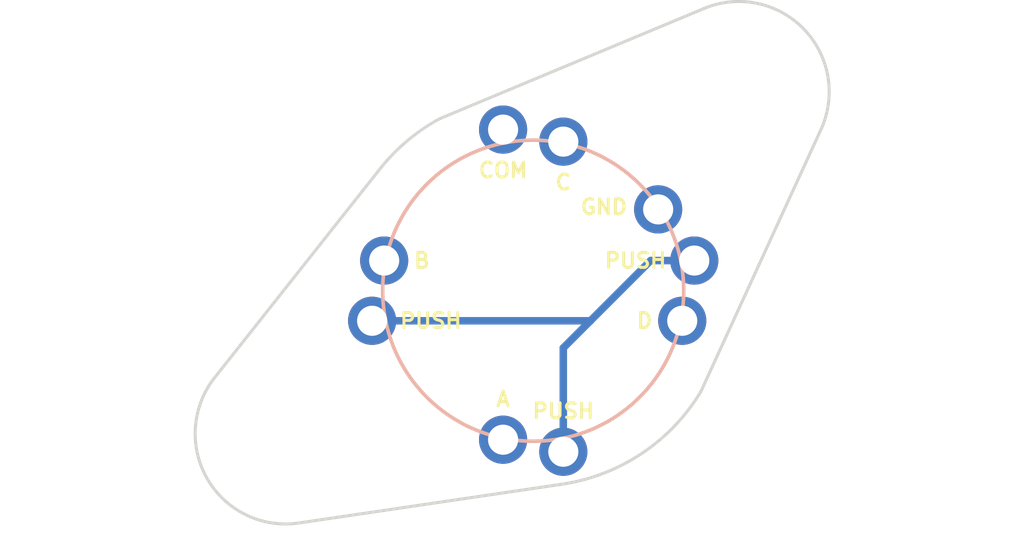
<source format=kicad_pcb>
(kicad_pcb (version 20221018) (generator pcbnew)
  (layers (0 "F.Cu" signal) (31 "B.Cu" signal) (34 "B.Paste" user) (35 "F.Paste" user) (36 "B.SilkS" user "B.Silkscreen") (37 "F.SilkS" user "F.Silkscreen") (38 "B.Mask" user) (39 "F.Mask" user) (44 "Edge.Cuts" user))
  (net 0 "")
  (net 1 "Net-(J1-Pad5)")
  (net 2 "Net-(U1-Pad1)")
  (net 3 "Net-(U1-Pad2)")
  (net 4 "Net-(U1-Pad3)")
  (net 5 "Net-(U1-Pad7)")
  (net 6 "Net-(U1-Pad5)")
  (net 7 "Net-(U1-Pad4)")
  (footprint "MountingHole:MountingHole_2.2mm_M2" (layer "F.Cu") (at 43.772759 61.75)
    (fp_text reference "REF**" hide)
    (fp_text value "MountingHole_2.2mm_M2")
    (pad "" np_thru_hole circle (at 0 0) (size 2.2 2.2) (drill 2.2) (layers "*.Cu" "*.Mask"))
  )
  (footprint "MountingHole:MountingHole_2.2mm_M2" (layer "F.Cu") (at 58.831 50.3957)
    (fp_text reference "REF**" hide)
    (fp_text value "MountingHole_2.2mm_M2")
    (pad "" np_thru_hole circle (at 0 0) (size 2.2 2.2) (drill 2.2) (layers "*.Cu" "*.Mask"))
  )
  (footprint "MyLibrary:RKJXM1015004" (layer "B.Cu") (at 52 57 180)
    (fp_text reference "U1" hide)
    (fp_text value "RKJXM1015004")
    (fp_text user "COM" (at 1 4 unlocked) (layer "F.SilkS") (effects (font (size 0.5 0.5) (thickness 0.1))))
    (fp_text user "B" (at 3.7 1 unlocked) (layer "F.SilkS") (effects (font (size 0.5 0.5) (thickness 0.1))))
    (fp_text user "PUSH" (at 3.4 -1 unlocked) (layer "F.SilkS") (effects (font (size 0.5 0.5) (thickness 0.1))))
    (fp_text user "PUSH" (at -3.4 1 unlocked) (layer "F.SilkS") (effects (font (size 0.5 0.5) (thickness 0.1))))
    (fp_text user "A" (at 1 -3.6 unlocked) (layer "F.SilkS") (effects (font (size 0.5 0.5) (thickness 0.1))))
    (fp_text user "D" (at -3.7 -1 unlocked) (layer "F.SilkS") (effects (font (size 0.5 0.5) (thickness 0.1))))
    (fp_text user "GND" (at -2.35 2.78 unlocked) (layer "F.SilkS") (effects (font (size 0.5 0.5) (thickness 0.1))))
    (fp_text user "PUSH" (at -1 -4 unlocked) (layer "F.SilkS") (effects (font (size 0.5 0.5) (thickness 0.1))))
    (fp_text user "C" (at -1 3.6 unlocked) (layer "F.SilkS") (effects (font (size 0.5 0.5) (thickness 0.1))))
    (fp_circle (center 0 0) (end 0 5) (stroke (width 0.12)) (fill none) (layer "B.SilkS"))
    (pad "" np_thru_hole circle (at 1 3 180) (size 1.1 1.1) (drill 1.1) (layers "F&B.Cu" "*.Mask"))
    (pad "1" thru_hole circle (at -4.15 2.7 180) (size 1.6 1.6) (drill 1) (layers "*.Cu" "*.Mask") (net 2 "Net-(U1-Pad1)"))
    (pad "2" thru_hole circle (at -5.35 1 180) (size 1.6 1.6) (drill 1) (layers "*.Cu" "*.Mask") (net 3 "Net-(U1-Pad2)"))
    (pad "2" thru_hole circle (at -1 -5.35 180) (size 1.6 1.6) (drill 1) (layers "*.Cu" "*.Mask") (net 3 "Net-(U1-Pad2)"))
    (pad "2" thru_hole circle (at 5.35 -1 180) (size 1.6 1.6) (drill 1) (layers "*.Cu" "*.Mask") (net 3 "Net-(U1-Pad2)"))
    (pad "3" thru_hole circle (at 1 5.35 180) (size 1.6 1.6) (drill 1) (layers "*.Cu" "*.Mask") (net 4 "Net-(U1-Pad3)"))
    (pad "4" thru_hole circle (at 1 -4.95 180) (size 1.6 1.6) (drill 1) (layers "*.Cu" "*.Mask") (net 7 "Net-(U1-Pad4)"))
    (pad "5" thru_hole circle (at 4.95 1 180) (size 1.6 1.6) (drill 1) (layers "*.Cu" "*.Mask") (net 6 "Net-(U1-Pad5)"))
    (pad "6" thru_hole circle (at -1 4.95 180) (size 1.6 1.6) (drill 1) (layers "*.Cu" "*.Mask") (net 1 "Net-(J1-Pad5)"))
    (pad "7" thru_hole circle (at -4.95 -1 180) (size 1.6 1.6) (drill 1) (layers "*.Cu" "*.Mask") (net 5 "Net-(U1-Pad7)"))
  )
  (gr_arc (start 57.569867 60.350069) (mid 55.60436 62.407942) (end 52.948129 63.428968) (stroke (width 0.1)) (layer "Edge.Cuts"))
  (gr_line (start 57.676624 47.626688) (end 48.899234 51.286015) (stroke (width 0.1)) (layer "Edge.Cuts"))
  (gr_arc (start 44.210702 64.716352) (mid 41.175323 63.248395) (end 41.421724 59.885702) (stroke (width 0.1)) (layer "Edge.Cuts"))
  (gr_arc (start 57.676624 47.626688) (mid 60.988764 48.311458) (end 61.558363 51.645347) (stroke (width 0.1)) (layer "Edge.Cuts"))
  (gr_arc (start 46.905346 52.962559) (mid 47.817439 52.023375) (end 48.899234 51.286015) (stroke (width 0.1)) (layer "Edge.Cuts"))
  (gr_line (start 61.558363 51.645347) (end 57.569867 60.350069) (stroke (width 0.1)) (layer "Edge.Cuts"))
  (gr_line (start 41.421724 59.885702) (end 46.905346 52.962559) (stroke (width 0.1)) (layer "Edge.Cuts"))
  (gr_line (start 44.210702 64.716352) (end 52.948129 63.428968) (stroke (width 0.1)) (layer "Edge.Cuts"))
  (segment (start 53 58.9) (end 53.9 58) (width 0.25) (layer "B.Cu") (net 3))
  (segment (start 53 62.35) (end 53 58.9) (width 0.25) (layer "B.Cu") (net 3))
  (segment (start 55.9 56) (end 57.35 56) (width 0.25) (layer "B.Cu") (net 3))
  (segment (start 53.9 58) (end 55.9 56) (width 0.25) (layer "B.Cu") (net 3))
  (segment (start 46.65 58) (end 53.9 58) (width 0.25) (layer "B.Cu") (net 3))
  (segment (start 47.075 56) (end 46.65 56) (width 0.5) (layer "F.Cu") (net 6))
)
</source>
